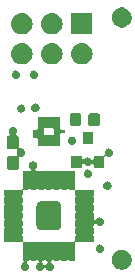
<source format=gts>
G04 #@! TF.GenerationSoftware,KiCad,Pcbnew,(5.1.0)-1*
G04 #@! TF.CreationDate,2020-11-19T10:17:46+01:00*
G04 #@! TF.ProjectId,PCB_optical_sensors_2_PMW,5043425f-6f70-4746-9963-616c5f73656e,rev?*
G04 #@! TF.SameCoordinates,Original*
G04 #@! TF.FileFunction,Soldermask,Top*
G04 #@! TF.FilePolarity,Negative*
%FSLAX46Y46*%
G04 Gerber Fmt 4.6, Leading zero omitted, Abs format (unit mm)*
G04 Created by KiCad (PCBNEW (5.1.0)-1) date 2020-11-19 10:17:46*
%MOMM*%
%LPD*%
G04 APERTURE LIST*
%ADD10C,0.100000*%
G04 APERTURE END LIST*
D10*
G36*
X163102383Y-76162489D02*
G01*
X163102386Y-76162490D01*
X163102385Y-76162490D01*
X163166258Y-76188946D01*
X163223748Y-76227360D01*
X163272640Y-76276252D01*
X163311054Y-76333742D01*
X163327913Y-76374446D01*
X163337511Y-76397617D01*
X163351000Y-76465430D01*
X163351000Y-76534570D01*
X163337511Y-76602383D01*
X163337510Y-76602385D01*
X163311054Y-76666258D01*
X163272640Y-76723748D01*
X163225788Y-76770600D01*
X163210243Y-76789542D01*
X163198692Y-76811153D01*
X163191579Y-76834602D01*
X163189177Y-76858988D01*
X163191579Y-76883374D01*
X163198692Y-76906823D01*
X163210243Y-76928434D01*
X163225788Y-76947376D01*
X163244730Y-76962921D01*
X163255252Y-76969227D01*
X163260661Y-76972118D01*
X163274688Y-76983630D01*
X163283704Y-76992645D01*
X163304078Y-77006259D01*
X163326717Y-77015635D01*
X163350751Y-77020415D01*
X163375255Y-77020415D01*
X163399288Y-77015634D01*
X163421926Y-77006256D01*
X163442301Y-76992642D01*
X163451317Y-76983626D01*
X163465335Y-76972121D01*
X163476125Y-76966354D01*
X163487830Y-76962803D01*
X163506138Y-76961000D01*
X163869862Y-76961000D01*
X163888170Y-76962803D01*
X163899875Y-76966354D01*
X163910665Y-76972121D01*
X163924688Y-76983630D01*
X163933704Y-76992645D01*
X163954078Y-77006259D01*
X163976717Y-77015635D01*
X164000751Y-77020415D01*
X164025255Y-77020415D01*
X164049288Y-77015634D01*
X164071926Y-77006256D01*
X164092301Y-76992642D01*
X164101317Y-76983626D01*
X164115335Y-76972121D01*
X164126125Y-76966354D01*
X164137830Y-76962803D01*
X164156138Y-76961000D01*
X164519862Y-76961000D01*
X164538170Y-76962803D01*
X164549875Y-76966354D01*
X164560665Y-76972121D01*
X164574688Y-76983630D01*
X164583704Y-76992645D01*
X164604078Y-77006259D01*
X164626717Y-77015635D01*
X164650751Y-77020415D01*
X164675255Y-77020415D01*
X164699288Y-77015634D01*
X164721926Y-77006256D01*
X164742301Y-76992642D01*
X164751317Y-76983626D01*
X164765335Y-76972121D01*
X164776125Y-76966354D01*
X164787830Y-76962803D01*
X164806138Y-76961000D01*
X165169862Y-76961000D01*
X165188170Y-76962803D01*
X165199875Y-76966354D01*
X165210665Y-76972121D01*
X165224688Y-76983630D01*
X165233704Y-76992645D01*
X165254078Y-77006259D01*
X165276717Y-77015635D01*
X165300751Y-77020415D01*
X165325255Y-77020415D01*
X165349288Y-77015634D01*
X165371926Y-77006256D01*
X165392301Y-76992642D01*
X165401317Y-76983626D01*
X165415335Y-76972121D01*
X165426125Y-76966354D01*
X165437830Y-76962803D01*
X165456138Y-76961000D01*
X165819862Y-76961000D01*
X165838170Y-76962803D01*
X165849875Y-76966354D01*
X165860665Y-76972121D01*
X165874688Y-76983630D01*
X165883704Y-76992645D01*
X165904078Y-77006259D01*
X165926717Y-77015635D01*
X165950751Y-77020415D01*
X165975255Y-77020415D01*
X165999288Y-77015634D01*
X166021926Y-77006256D01*
X166042301Y-76992642D01*
X166051317Y-76983626D01*
X166065335Y-76972121D01*
X166076125Y-76966354D01*
X166087830Y-76962803D01*
X166106138Y-76961000D01*
X166469862Y-76961000D01*
X166488170Y-76962803D01*
X166499875Y-76966354D01*
X166510665Y-76972121D01*
X166520119Y-76979881D01*
X166527879Y-76989335D01*
X166533646Y-77000125D01*
X166537197Y-77011830D01*
X166539000Y-77030138D01*
X166539000Y-78446001D01*
X166541402Y-78470387D01*
X166548515Y-78493836D01*
X166560066Y-78515447D01*
X166575611Y-78534389D01*
X166594553Y-78549934D01*
X166616164Y-78561485D01*
X166639613Y-78568598D01*
X166663999Y-78571000D01*
X168079862Y-78571000D01*
X168098170Y-78572803D01*
X168109875Y-78576354D01*
X168120665Y-78582121D01*
X168130119Y-78589881D01*
X168137879Y-78599335D01*
X168143646Y-78610125D01*
X168147197Y-78621830D01*
X168149000Y-78640138D01*
X168149000Y-79003862D01*
X168147197Y-79022170D01*
X168143646Y-79033875D01*
X168137879Y-79044665D01*
X168126370Y-79058688D01*
X168117355Y-79067704D01*
X168103741Y-79088078D01*
X168094365Y-79110717D01*
X168089585Y-79134751D01*
X168089585Y-79159255D01*
X168094366Y-79183288D01*
X168103744Y-79205926D01*
X168117358Y-79226301D01*
X168126374Y-79235317D01*
X168137879Y-79249335D01*
X168143646Y-79260125D01*
X168147197Y-79271830D01*
X168149000Y-79290138D01*
X168149000Y-79653862D01*
X168147197Y-79672170D01*
X168143646Y-79683875D01*
X168137879Y-79694665D01*
X168126370Y-79708688D01*
X168117355Y-79717704D01*
X168103741Y-79738078D01*
X168094365Y-79760717D01*
X168089585Y-79784751D01*
X168089585Y-79809255D01*
X168094366Y-79833288D01*
X168103744Y-79855926D01*
X168117358Y-79876301D01*
X168126374Y-79885317D01*
X168137879Y-79899335D01*
X168143646Y-79910125D01*
X168147197Y-79921830D01*
X168149000Y-79940138D01*
X168149000Y-80303862D01*
X168147197Y-80322170D01*
X168143646Y-80333875D01*
X168137879Y-80344665D01*
X168126370Y-80358688D01*
X168117355Y-80367704D01*
X168103741Y-80388078D01*
X168094365Y-80410717D01*
X168089585Y-80434751D01*
X168089585Y-80459255D01*
X168094366Y-80483288D01*
X168103744Y-80505926D01*
X168117358Y-80526301D01*
X168126374Y-80535317D01*
X168137879Y-80549335D01*
X168143646Y-80560125D01*
X168147197Y-80571830D01*
X168149000Y-80590138D01*
X168149000Y-80953865D01*
X168146605Y-80978187D01*
X168146605Y-81002691D01*
X168151386Y-81026724D01*
X168160764Y-81049363D01*
X168174378Y-81069737D01*
X168191706Y-81087063D01*
X168212080Y-81100677D01*
X168234719Y-81110053D01*
X168258753Y-81114833D01*
X168283257Y-81114833D01*
X168307290Y-81110052D01*
X168329929Y-81100674D01*
X168350303Y-81087060D01*
X168374936Y-81059880D01*
X168377360Y-81056252D01*
X168426252Y-81007360D01*
X168483742Y-80968946D01*
X168547615Y-80942490D01*
X168547614Y-80942490D01*
X168547617Y-80942489D01*
X168615430Y-80929000D01*
X168684570Y-80929000D01*
X168752383Y-80942489D01*
X168752386Y-80942490D01*
X168752385Y-80942490D01*
X168816258Y-80968946D01*
X168873748Y-81007360D01*
X168922640Y-81056252D01*
X168961054Y-81113742D01*
X168978525Y-81155922D01*
X168987511Y-81177617D01*
X169001000Y-81245430D01*
X169001000Y-81314570D01*
X168987511Y-81382383D01*
X168987510Y-81382385D01*
X168961054Y-81446258D01*
X168922640Y-81503748D01*
X168873748Y-81552640D01*
X168816258Y-81591054D01*
X168764182Y-81612624D01*
X168752383Y-81617511D01*
X168684570Y-81631000D01*
X168615430Y-81631000D01*
X168547617Y-81617511D01*
X168535818Y-81612624D01*
X168483742Y-81591054D01*
X168426252Y-81552640D01*
X168376631Y-81503019D01*
X168362386Y-81485661D01*
X168343444Y-81470116D01*
X168321833Y-81458565D01*
X168298384Y-81451453D01*
X168273998Y-81449051D01*
X168249612Y-81451453D01*
X168226163Y-81458567D01*
X168204552Y-81470118D01*
X168185610Y-81485663D01*
X168170065Y-81504605D01*
X168158514Y-81526216D01*
X168151402Y-81549665D01*
X168149000Y-81574050D01*
X168149000Y-81603862D01*
X168147197Y-81622170D01*
X168143646Y-81633875D01*
X168137879Y-81644665D01*
X168126370Y-81658688D01*
X168117355Y-81667704D01*
X168103741Y-81688078D01*
X168094365Y-81710717D01*
X168089585Y-81734751D01*
X168089585Y-81759255D01*
X168094366Y-81783288D01*
X168103744Y-81805926D01*
X168117358Y-81826301D01*
X168126374Y-81835317D01*
X168137879Y-81849335D01*
X168143646Y-81860125D01*
X168147197Y-81871830D01*
X168149000Y-81890138D01*
X168149000Y-82253862D01*
X168147197Y-82272170D01*
X168143646Y-82283875D01*
X168137879Y-82294665D01*
X168126370Y-82308688D01*
X168117355Y-82317704D01*
X168103741Y-82338078D01*
X168094365Y-82360717D01*
X168089585Y-82384751D01*
X168089585Y-82409255D01*
X168094366Y-82433288D01*
X168103744Y-82455926D01*
X168117358Y-82476301D01*
X168126374Y-82485317D01*
X168137879Y-82499335D01*
X168143646Y-82510125D01*
X168147197Y-82521830D01*
X168149000Y-82540138D01*
X168149000Y-82903862D01*
X168147197Y-82922170D01*
X168143646Y-82933875D01*
X168137879Y-82944665D01*
X168130119Y-82954119D01*
X168120665Y-82961879D01*
X168109875Y-82967646D01*
X168098170Y-82971197D01*
X168079862Y-82973000D01*
X166663999Y-82973000D01*
X166639613Y-82975402D01*
X166616164Y-82982515D01*
X166594553Y-82994066D01*
X166575611Y-83009611D01*
X166560066Y-83028553D01*
X166548515Y-83050164D01*
X166541402Y-83073613D01*
X166539000Y-83097999D01*
X166539000Y-84513862D01*
X166537197Y-84532170D01*
X166533646Y-84543875D01*
X166527879Y-84554665D01*
X166520119Y-84564119D01*
X166510665Y-84571879D01*
X166499875Y-84577646D01*
X166488170Y-84581197D01*
X166469862Y-84583000D01*
X166106138Y-84583000D01*
X166087830Y-84581197D01*
X166076125Y-84577646D01*
X166065335Y-84571879D01*
X166051312Y-84560370D01*
X166042296Y-84551355D01*
X166021922Y-84537741D01*
X165999283Y-84528365D01*
X165975249Y-84523585D01*
X165950745Y-84523585D01*
X165926712Y-84528366D01*
X165904074Y-84537744D01*
X165883699Y-84551358D01*
X165874683Y-84560374D01*
X165860665Y-84571879D01*
X165849875Y-84577646D01*
X165838170Y-84581197D01*
X165819862Y-84583000D01*
X165456138Y-84583000D01*
X165437830Y-84581197D01*
X165426125Y-84577646D01*
X165415335Y-84571879D01*
X165401312Y-84560370D01*
X165392296Y-84551355D01*
X165371922Y-84537741D01*
X165349283Y-84528365D01*
X165325249Y-84523585D01*
X165300745Y-84523585D01*
X165276712Y-84528366D01*
X165254074Y-84537744D01*
X165233699Y-84551358D01*
X165224683Y-84560374D01*
X165210665Y-84571879D01*
X165199875Y-84577646D01*
X165188170Y-84581197D01*
X165169862Y-84583000D01*
X164806138Y-84583000D01*
X164787830Y-84581197D01*
X164776125Y-84577646D01*
X164765335Y-84571879D01*
X164751312Y-84560370D01*
X164742296Y-84551355D01*
X164721922Y-84537741D01*
X164699283Y-84528365D01*
X164675249Y-84523585D01*
X164650745Y-84523585D01*
X164626712Y-84528366D01*
X164604074Y-84537744D01*
X164583699Y-84551358D01*
X164574677Y-84560380D01*
X164554381Y-84577037D01*
X164537054Y-84594364D01*
X164523441Y-84614738D01*
X164514064Y-84637377D01*
X164509284Y-84661411D01*
X164509284Y-84685915D01*
X164514065Y-84709948D01*
X164523443Y-84732587D01*
X164537057Y-84752961D01*
X164564234Y-84777593D01*
X164623747Y-84817359D01*
X164672640Y-84866252D01*
X164711054Y-84923742D01*
X164723932Y-84954834D01*
X164737511Y-84987617D01*
X164751000Y-85055430D01*
X164751000Y-85124570D01*
X164737511Y-85192383D01*
X164737510Y-85192385D01*
X164711054Y-85256258D01*
X164672640Y-85313748D01*
X164623748Y-85362640D01*
X164566258Y-85401054D01*
X164514182Y-85422624D01*
X164502383Y-85427511D01*
X164434570Y-85441000D01*
X164365430Y-85441000D01*
X164297617Y-85427511D01*
X164285818Y-85422624D01*
X164233742Y-85401054D01*
X164176252Y-85362640D01*
X164127360Y-85313748D01*
X164098933Y-85271204D01*
X164083387Y-85252262D01*
X164064445Y-85236717D01*
X164042835Y-85225166D01*
X164019386Y-85218053D01*
X163995000Y-85215651D01*
X163970614Y-85218053D01*
X163947165Y-85225166D01*
X163925554Y-85236717D01*
X163906612Y-85252263D01*
X163891067Y-85271204D01*
X163862640Y-85313748D01*
X163813748Y-85362640D01*
X163756258Y-85401054D01*
X163704182Y-85422624D01*
X163692383Y-85427511D01*
X163624570Y-85441000D01*
X163555430Y-85441000D01*
X163487617Y-85427511D01*
X163475818Y-85422624D01*
X163423742Y-85401054D01*
X163366252Y-85362640D01*
X163317360Y-85313748D01*
X163278946Y-85256258D01*
X163252490Y-85192385D01*
X163252489Y-85192383D01*
X163239000Y-85124570D01*
X163239000Y-85055430D01*
X163252489Y-84987617D01*
X163266068Y-84954834D01*
X163278946Y-84923742D01*
X163317360Y-84866252D01*
X163366252Y-84817360D01*
X163423742Y-84778946D01*
X163426393Y-84777848D01*
X163448003Y-84766297D01*
X163466945Y-84750751D01*
X163482490Y-84731809D01*
X163494041Y-84710198D01*
X163494708Y-84707999D01*
X163750071Y-84707999D01*
X163752473Y-84732385D01*
X163759586Y-84755834D01*
X163771137Y-84777445D01*
X163786682Y-84796387D01*
X163805625Y-84811932D01*
X163813747Y-84817359D01*
X163862640Y-84866252D01*
X163891067Y-84908796D01*
X163906613Y-84927738D01*
X163925555Y-84943283D01*
X163947165Y-84954834D01*
X163970614Y-84961947D01*
X163995000Y-84964349D01*
X164019386Y-84961947D01*
X164042835Y-84954834D01*
X164064446Y-84943283D01*
X164083388Y-84927737D01*
X164098933Y-84908796D01*
X164127360Y-84866252D01*
X164176253Y-84817359D01*
X164188880Y-84808922D01*
X164207822Y-84793377D01*
X164223367Y-84774435D01*
X164234919Y-84752825D01*
X164242032Y-84729376D01*
X164244434Y-84704990D01*
X164242032Y-84680604D01*
X164234919Y-84657155D01*
X164223368Y-84635544D01*
X164207823Y-84616602D01*
X164188881Y-84601057D01*
X164167271Y-84589505D01*
X164143822Y-84582392D01*
X164139805Y-84581796D01*
X164126125Y-84577646D01*
X164115335Y-84571879D01*
X164101312Y-84560370D01*
X164092296Y-84551355D01*
X164071922Y-84537741D01*
X164049283Y-84528365D01*
X164025249Y-84523585D01*
X164000745Y-84523585D01*
X163976712Y-84528366D01*
X163954074Y-84537744D01*
X163933699Y-84551358D01*
X163924683Y-84560374D01*
X163910665Y-84571879D01*
X163899875Y-84577646D01*
X163888170Y-84581197D01*
X163863749Y-84583602D01*
X163863799Y-84584110D01*
X163850684Y-84585402D01*
X163827235Y-84592515D01*
X163805624Y-84604066D01*
X163786682Y-84619611D01*
X163771137Y-84638553D01*
X163759586Y-84660164D01*
X163752473Y-84683613D01*
X163750071Y-84707999D01*
X163494708Y-84707999D01*
X163501154Y-84686749D01*
X163503555Y-84662363D01*
X163501153Y-84637977D01*
X163494039Y-84614528D01*
X163482488Y-84592918D01*
X163466942Y-84573976D01*
X163457852Y-84565738D01*
X163451318Y-84560376D01*
X163442296Y-84551355D01*
X163421922Y-84537741D01*
X163399283Y-84528365D01*
X163375249Y-84523585D01*
X163350745Y-84523585D01*
X163326712Y-84528366D01*
X163304074Y-84537744D01*
X163283699Y-84551358D01*
X163274683Y-84560374D01*
X163260665Y-84571879D01*
X163249875Y-84577646D01*
X163238170Y-84581197D01*
X163219862Y-84583000D01*
X162856138Y-84583000D01*
X162837830Y-84581197D01*
X162826125Y-84577646D01*
X162815335Y-84571879D01*
X162801312Y-84560370D01*
X162792296Y-84551355D01*
X162771922Y-84537741D01*
X162749283Y-84528365D01*
X162725249Y-84523585D01*
X162700745Y-84523585D01*
X162676712Y-84528366D01*
X162654074Y-84537744D01*
X162633699Y-84551358D01*
X162624683Y-84560374D01*
X162610665Y-84571879D01*
X162599875Y-84577646D01*
X162588170Y-84581197D01*
X162576881Y-84582309D01*
X162552848Y-84587090D01*
X162530209Y-84596467D01*
X162509835Y-84610081D01*
X162492508Y-84627408D01*
X162478894Y-84647783D01*
X162469517Y-84670422D01*
X162464737Y-84694455D01*
X162464737Y-84718959D01*
X162469518Y-84742992D01*
X162478895Y-84765631D01*
X162492509Y-84786005D01*
X162509836Y-84803332D01*
X162519682Y-84810634D01*
X162529749Y-84817361D01*
X162578640Y-84866252D01*
X162617054Y-84923742D01*
X162629932Y-84954834D01*
X162643511Y-84987617D01*
X162657000Y-85055430D01*
X162657000Y-85124570D01*
X162643511Y-85192383D01*
X162643510Y-85192385D01*
X162617054Y-85256258D01*
X162578640Y-85313748D01*
X162529748Y-85362640D01*
X162472258Y-85401054D01*
X162420182Y-85422624D01*
X162408383Y-85427511D01*
X162340570Y-85441000D01*
X162271430Y-85441000D01*
X162203617Y-85427511D01*
X162191818Y-85422624D01*
X162139742Y-85401054D01*
X162082252Y-85362640D01*
X162033360Y-85313748D01*
X161994946Y-85256258D01*
X161968490Y-85192385D01*
X161968489Y-85192383D01*
X161955000Y-85124570D01*
X161955000Y-85055430D01*
X161968489Y-84987617D01*
X161982068Y-84954834D01*
X161994946Y-84923742D01*
X162033360Y-84866252D01*
X162082252Y-84817360D01*
X162146927Y-84774145D01*
X162153367Y-84770703D01*
X162172309Y-84755158D01*
X162187855Y-84736216D01*
X162199406Y-84714605D01*
X162206519Y-84691156D01*
X162208921Y-84666770D01*
X162206519Y-84642384D01*
X162199406Y-84618935D01*
X162187855Y-84597325D01*
X162163223Y-84570147D01*
X162155884Y-84564124D01*
X162148121Y-84554665D01*
X162142354Y-84543875D01*
X162138803Y-84532170D01*
X162137000Y-84513862D01*
X162137000Y-83097999D01*
X162134598Y-83073613D01*
X162127485Y-83050164D01*
X162115934Y-83028553D01*
X162100389Y-83009611D01*
X162081447Y-82994066D01*
X162059836Y-82982515D01*
X162036387Y-82975402D01*
X162012001Y-82973000D01*
X160596138Y-82973000D01*
X160577830Y-82971197D01*
X160566125Y-82967646D01*
X160555335Y-82961879D01*
X160545881Y-82954119D01*
X160538121Y-82944665D01*
X160532354Y-82933875D01*
X160528803Y-82922170D01*
X160527000Y-82903862D01*
X160527000Y-82540138D01*
X160528803Y-82521830D01*
X160532354Y-82510125D01*
X160538121Y-82499335D01*
X160549630Y-82485312D01*
X160558645Y-82476296D01*
X160572259Y-82455922D01*
X160581635Y-82433283D01*
X160586415Y-82409249D01*
X160586415Y-82384745D01*
X160581634Y-82360712D01*
X160572256Y-82338074D01*
X160558642Y-82317699D01*
X160549626Y-82308683D01*
X160538121Y-82294665D01*
X160532354Y-82283875D01*
X160528803Y-82272170D01*
X160527000Y-82253862D01*
X160527000Y-81890138D01*
X160528803Y-81871830D01*
X160532354Y-81860125D01*
X160538121Y-81849335D01*
X160549630Y-81835312D01*
X160558645Y-81826296D01*
X160572259Y-81805922D01*
X160581635Y-81783283D01*
X160586415Y-81759249D01*
X160586415Y-81734745D01*
X160581634Y-81710712D01*
X160572256Y-81688074D01*
X160558642Y-81667699D01*
X160549626Y-81658683D01*
X160538121Y-81644665D01*
X160532354Y-81633875D01*
X160528803Y-81622170D01*
X160527000Y-81603862D01*
X160527000Y-81240138D01*
X160528803Y-81221830D01*
X160532354Y-81210125D01*
X160538121Y-81199335D01*
X160549630Y-81185312D01*
X160558645Y-81176296D01*
X160572259Y-81155922D01*
X160581635Y-81133283D01*
X160586415Y-81109249D01*
X160586415Y-81084745D01*
X160581634Y-81060712D01*
X160572256Y-81038074D01*
X160558642Y-81017699D01*
X160549626Y-81008683D01*
X160538121Y-80994665D01*
X160532354Y-80983875D01*
X160528803Y-80972170D01*
X160527000Y-80953862D01*
X160527000Y-80590138D01*
X160528803Y-80571830D01*
X160532354Y-80560125D01*
X160538121Y-80549335D01*
X160549630Y-80535312D01*
X160558645Y-80526296D01*
X160572259Y-80505922D01*
X160581635Y-80483283D01*
X160586415Y-80459249D01*
X160586415Y-80434745D01*
X160581634Y-80410712D01*
X160572256Y-80388074D01*
X160558642Y-80367699D01*
X160549626Y-80358683D01*
X160538121Y-80344665D01*
X160532354Y-80333875D01*
X160528803Y-80322170D01*
X160527000Y-80303862D01*
X160527000Y-79940138D01*
X160528803Y-79921830D01*
X160532354Y-79910125D01*
X160538121Y-79899335D01*
X160549630Y-79885312D01*
X160558645Y-79876296D01*
X160572259Y-79855922D01*
X160581635Y-79833283D01*
X160586415Y-79809249D01*
X160586415Y-79784745D01*
X160581634Y-79760712D01*
X160572256Y-79738074D01*
X160558642Y-79717699D01*
X160549626Y-79708683D01*
X160538121Y-79694665D01*
X160532354Y-79683875D01*
X160528803Y-79672170D01*
X160527000Y-79653862D01*
X160527000Y-79290138D01*
X160528803Y-79271830D01*
X160532354Y-79260125D01*
X160538121Y-79249335D01*
X160549630Y-79235312D01*
X160558645Y-79226296D01*
X160572259Y-79205922D01*
X160581635Y-79183283D01*
X160586415Y-79159249D01*
X160586415Y-79134751D01*
X162069585Y-79134751D01*
X162069585Y-79159255D01*
X162074366Y-79183288D01*
X162083744Y-79205926D01*
X162097358Y-79226301D01*
X162106374Y-79235317D01*
X162117879Y-79249335D01*
X162123646Y-79260125D01*
X162127197Y-79271830D01*
X162129000Y-79290138D01*
X162129000Y-79653862D01*
X162127197Y-79672170D01*
X162123646Y-79683875D01*
X162117879Y-79694665D01*
X162106370Y-79708688D01*
X162097355Y-79717704D01*
X162083741Y-79738078D01*
X162074365Y-79760717D01*
X162069585Y-79784751D01*
X162069585Y-79809255D01*
X162074366Y-79833288D01*
X162083744Y-79855926D01*
X162097358Y-79876301D01*
X162106374Y-79885317D01*
X162117879Y-79899335D01*
X162123646Y-79910125D01*
X162127197Y-79921830D01*
X162129000Y-79940138D01*
X162129000Y-80303862D01*
X162127197Y-80322170D01*
X162123646Y-80333875D01*
X162117879Y-80344665D01*
X162106370Y-80358688D01*
X162097355Y-80367704D01*
X162083741Y-80388078D01*
X162074365Y-80410717D01*
X162069585Y-80434751D01*
X162069585Y-80459255D01*
X162074366Y-80483288D01*
X162083744Y-80505926D01*
X162097358Y-80526301D01*
X162106374Y-80535317D01*
X162117879Y-80549335D01*
X162123646Y-80560125D01*
X162127197Y-80571830D01*
X162129000Y-80590138D01*
X162129000Y-80953862D01*
X162127197Y-80972170D01*
X162123646Y-80983875D01*
X162117879Y-80994665D01*
X162106370Y-81008688D01*
X162097355Y-81017704D01*
X162083741Y-81038078D01*
X162074365Y-81060717D01*
X162069585Y-81084751D01*
X162069585Y-81109255D01*
X162074366Y-81133288D01*
X162083744Y-81155926D01*
X162097358Y-81176301D01*
X162106374Y-81185317D01*
X162117879Y-81199335D01*
X162123646Y-81210125D01*
X162127197Y-81221830D01*
X162129000Y-81240138D01*
X162129000Y-81603862D01*
X162127197Y-81622170D01*
X162123646Y-81633875D01*
X162117879Y-81644665D01*
X162106370Y-81658688D01*
X162097355Y-81667704D01*
X162083741Y-81688078D01*
X162074365Y-81710717D01*
X162069585Y-81734751D01*
X162069585Y-81759255D01*
X162074366Y-81783288D01*
X162083744Y-81805926D01*
X162097358Y-81826301D01*
X162106374Y-81835317D01*
X162117879Y-81849335D01*
X162123646Y-81860125D01*
X162127197Y-81871830D01*
X162129000Y-81890138D01*
X162129000Y-82253862D01*
X162127197Y-82272170D01*
X162123646Y-82283875D01*
X162117879Y-82294665D01*
X162106370Y-82308688D01*
X162097355Y-82317704D01*
X162083741Y-82338078D01*
X162074365Y-82360717D01*
X162069585Y-82384751D01*
X162069585Y-82409255D01*
X162074366Y-82433288D01*
X162083744Y-82455926D01*
X162097358Y-82476301D01*
X162106374Y-82485317D01*
X162117879Y-82499335D01*
X162123646Y-82510125D01*
X162127197Y-82521830D01*
X162129000Y-82540138D01*
X162129000Y-82856001D01*
X162131402Y-82880387D01*
X162138515Y-82903836D01*
X162150066Y-82925447D01*
X162165611Y-82944389D01*
X162184553Y-82959934D01*
X162206164Y-82971485D01*
X162229613Y-82978598D01*
X162253999Y-82981000D01*
X162569862Y-82981000D01*
X162588170Y-82982803D01*
X162599875Y-82986354D01*
X162610665Y-82992121D01*
X162624688Y-83003630D01*
X162633704Y-83012645D01*
X162654078Y-83026259D01*
X162676717Y-83035635D01*
X162700751Y-83040415D01*
X162725255Y-83040415D01*
X162749288Y-83035634D01*
X162771926Y-83026256D01*
X162792301Y-83012642D01*
X162801317Y-83003626D01*
X162815335Y-82992121D01*
X162826125Y-82986354D01*
X162837830Y-82982803D01*
X162856138Y-82981000D01*
X163219862Y-82981000D01*
X163238170Y-82982803D01*
X163249875Y-82986354D01*
X163260665Y-82992121D01*
X163274688Y-83003630D01*
X163283704Y-83012645D01*
X163304078Y-83026259D01*
X163326717Y-83035635D01*
X163350751Y-83040415D01*
X163375255Y-83040415D01*
X163399288Y-83035634D01*
X163421926Y-83026256D01*
X163442301Y-83012642D01*
X163451317Y-83003626D01*
X163465335Y-82992121D01*
X163476125Y-82986354D01*
X163487830Y-82982803D01*
X163506138Y-82981000D01*
X163869862Y-82981000D01*
X163888170Y-82982803D01*
X163899875Y-82986354D01*
X163910665Y-82992121D01*
X163924688Y-83003630D01*
X163933704Y-83012645D01*
X163954078Y-83026259D01*
X163976717Y-83035635D01*
X164000751Y-83040415D01*
X164025255Y-83040415D01*
X164049288Y-83035634D01*
X164071926Y-83026256D01*
X164092301Y-83012642D01*
X164101317Y-83003626D01*
X164115335Y-82992121D01*
X164126125Y-82986354D01*
X164137830Y-82982803D01*
X164156138Y-82981000D01*
X164519862Y-82981000D01*
X164538170Y-82982803D01*
X164549875Y-82986354D01*
X164560665Y-82992121D01*
X164574688Y-83003630D01*
X164583704Y-83012645D01*
X164604078Y-83026259D01*
X164626717Y-83035635D01*
X164650751Y-83040415D01*
X164675255Y-83040415D01*
X164699288Y-83035634D01*
X164721926Y-83026256D01*
X164742301Y-83012642D01*
X164751317Y-83003626D01*
X164765335Y-82992121D01*
X164776125Y-82986354D01*
X164787830Y-82982803D01*
X164806138Y-82981000D01*
X165169862Y-82981000D01*
X165188170Y-82982803D01*
X165199875Y-82986354D01*
X165210665Y-82992121D01*
X165224688Y-83003630D01*
X165233704Y-83012645D01*
X165254078Y-83026259D01*
X165276717Y-83035635D01*
X165300751Y-83040415D01*
X165325255Y-83040415D01*
X165349288Y-83035634D01*
X165371926Y-83026256D01*
X165392301Y-83012642D01*
X165401317Y-83003626D01*
X165415335Y-82992121D01*
X165426125Y-82986354D01*
X165437830Y-82982803D01*
X165456138Y-82981000D01*
X165819862Y-82981000D01*
X165838170Y-82982803D01*
X165849875Y-82986354D01*
X165860665Y-82992121D01*
X165874688Y-83003630D01*
X165883704Y-83012645D01*
X165904078Y-83026259D01*
X165926717Y-83035635D01*
X165950751Y-83040415D01*
X165975255Y-83040415D01*
X165999288Y-83035634D01*
X166021926Y-83026256D01*
X166042301Y-83012642D01*
X166051317Y-83003626D01*
X166065335Y-82992121D01*
X166076125Y-82986354D01*
X166087830Y-82982803D01*
X166106138Y-82981000D01*
X166422001Y-82981000D01*
X166446387Y-82978598D01*
X166469836Y-82971485D01*
X166491447Y-82959934D01*
X166510389Y-82944389D01*
X166525934Y-82925447D01*
X166537485Y-82903836D01*
X166544598Y-82880387D01*
X166547000Y-82856001D01*
X166547000Y-82540138D01*
X166548803Y-82521830D01*
X166552354Y-82510125D01*
X166558121Y-82499335D01*
X166569630Y-82485312D01*
X166578645Y-82476296D01*
X166592259Y-82455922D01*
X166601635Y-82433283D01*
X166606415Y-82409249D01*
X166606415Y-82384745D01*
X166601634Y-82360712D01*
X166592256Y-82338074D01*
X166578642Y-82317699D01*
X166569626Y-82308683D01*
X166558121Y-82294665D01*
X166552354Y-82283875D01*
X166548803Y-82272170D01*
X166547000Y-82253862D01*
X166547000Y-81890138D01*
X166548803Y-81871830D01*
X166552354Y-81860125D01*
X166558121Y-81849335D01*
X166569630Y-81835312D01*
X166578645Y-81826296D01*
X166592259Y-81805922D01*
X166601635Y-81783283D01*
X166606415Y-81759249D01*
X166606415Y-81734745D01*
X166601634Y-81710712D01*
X166592256Y-81688074D01*
X166578642Y-81667699D01*
X166569626Y-81658683D01*
X166558121Y-81644665D01*
X166552354Y-81633875D01*
X166548803Y-81622170D01*
X166547000Y-81603862D01*
X166547000Y-81240138D01*
X166548803Y-81221830D01*
X166552354Y-81210125D01*
X166558121Y-81199335D01*
X166569630Y-81185312D01*
X166578645Y-81176296D01*
X166592259Y-81155922D01*
X166601635Y-81133283D01*
X166606415Y-81109249D01*
X166606415Y-81084745D01*
X166601634Y-81060712D01*
X166592256Y-81038074D01*
X166578642Y-81017699D01*
X166569626Y-81008683D01*
X166558121Y-80994665D01*
X166552354Y-80983875D01*
X166548803Y-80972170D01*
X166547000Y-80953862D01*
X166547000Y-80590138D01*
X166548803Y-80571830D01*
X166552354Y-80560125D01*
X166558121Y-80549335D01*
X166569630Y-80535312D01*
X166578645Y-80526296D01*
X166592259Y-80505922D01*
X166601635Y-80483283D01*
X166606415Y-80459249D01*
X166606415Y-80434745D01*
X166601634Y-80410712D01*
X166592256Y-80388074D01*
X166578642Y-80367699D01*
X166569626Y-80358683D01*
X166558121Y-80344665D01*
X166552354Y-80333875D01*
X166548803Y-80322170D01*
X166547000Y-80303862D01*
X166547000Y-79940138D01*
X166548803Y-79921830D01*
X166552354Y-79910125D01*
X166558121Y-79899335D01*
X166569630Y-79885312D01*
X166578645Y-79876296D01*
X166592259Y-79855922D01*
X166601635Y-79833283D01*
X166606415Y-79809249D01*
X166606415Y-79784745D01*
X166601634Y-79760712D01*
X166592256Y-79738074D01*
X166578642Y-79717699D01*
X166569626Y-79708683D01*
X166558121Y-79694665D01*
X166552354Y-79683875D01*
X166548803Y-79672170D01*
X166547000Y-79653862D01*
X166547000Y-79290138D01*
X166548803Y-79271830D01*
X166552354Y-79260125D01*
X166558121Y-79249335D01*
X166569630Y-79235312D01*
X166578645Y-79226296D01*
X166592259Y-79205922D01*
X166601635Y-79183283D01*
X166606415Y-79159249D01*
X166606415Y-79134745D01*
X166601634Y-79110712D01*
X166592256Y-79088074D01*
X166578642Y-79067699D01*
X166569626Y-79058683D01*
X166558121Y-79044665D01*
X166552354Y-79033875D01*
X166548803Y-79022170D01*
X166547000Y-79003862D01*
X166547000Y-78687999D01*
X166544598Y-78663613D01*
X166537485Y-78640164D01*
X166525934Y-78618553D01*
X166510389Y-78599611D01*
X166491447Y-78584066D01*
X166469836Y-78572515D01*
X166446387Y-78565402D01*
X166422001Y-78563000D01*
X166106138Y-78563000D01*
X166087830Y-78561197D01*
X166076125Y-78557646D01*
X166065335Y-78551879D01*
X166051312Y-78540370D01*
X166042296Y-78531355D01*
X166021922Y-78517741D01*
X165999283Y-78508365D01*
X165975249Y-78503585D01*
X165950745Y-78503585D01*
X165926712Y-78508366D01*
X165904074Y-78517744D01*
X165883699Y-78531358D01*
X165874683Y-78540374D01*
X165860665Y-78551879D01*
X165849875Y-78557646D01*
X165838170Y-78561197D01*
X165819862Y-78563000D01*
X165456138Y-78563000D01*
X165437830Y-78561197D01*
X165426125Y-78557646D01*
X165415335Y-78551879D01*
X165401312Y-78540370D01*
X165392296Y-78531355D01*
X165371922Y-78517741D01*
X165349283Y-78508365D01*
X165325249Y-78503585D01*
X165300745Y-78503585D01*
X165276712Y-78508366D01*
X165254074Y-78517744D01*
X165233699Y-78531358D01*
X165224683Y-78540374D01*
X165210665Y-78551879D01*
X165199875Y-78557646D01*
X165188170Y-78561197D01*
X165169862Y-78563000D01*
X164806138Y-78563000D01*
X164787830Y-78561197D01*
X164776125Y-78557646D01*
X164765335Y-78551879D01*
X164751312Y-78540370D01*
X164742296Y-78531355D01*
X164721922Y-78517741D01*
X164699283Y-78508365D01*
X164675249Y-78503585D01*
X164650745Y-78503585D01*
X164626712Y-78508366D01*
X164604074Y-78517744D01*
X164583699Y-78531358D01*
X164574683Y-78540374D01*
X164560665Y-78551879D01*
X164549875Y-78557646D01*
X164538170Y-78561197D01*
X164519862Y-78563000D01*
X164156138Y-78563000D01*
X164137830Y-78561197D01*
X164126125Y-78557646D01*
X164115335Y-78551879D01*
X164101312Y-78540370D01*
X164092296Y-78531355D01*
X164071922Y-78517741D01*
X164049283Y-78508365D01*
X164025249Y-78503585D01*
X164000745Y-78503585D01*
X163976712Y-78508366D01*
X163954074Y-78517744D01*
X163933699Y-78531358D01*
X163924683Y-78540374D01*
X163910665Y-78551879D01*
X163899875Y-78557646D01*
X163888170Y-78561197D01*
X163869862Y-78563000D01*
X163506138Y-78563000D01*
X163487830Y-78561197D01*
X163476125Y-78557646D01*
X163465335Y-78551879D01*
X163451312Y-78540370D01*
X163442296Y-78531355D01*
X163421922Y-78517741D01*
X163399283Y-78508365D01*
X163375249Y-78503585D01*
X163350745Y-78503585D01*
X163326712Y-78508366D01*
X163304074Y-78517744D01*
X163283699Y-78531358D01*
X163274683Y-78540374D01*
X163260665Y-78551879D01*
X163249875Y-78557646D01*
X163238170Y-78561197D01*
X163219862Y-78563000D01*
X162856138Y-78563000D01*
X162837830Y-78561197D01*
X162826125Y-78557646D01*
X162815335Y-78551879D01*
X162801312Y-78540370D01*
X162792296Y-78531355D01*
X162771922Y-78517741D01*
X162749283Y-78508365D01*
X162725249Y-78503585D01*
X162700745Y-78503585D01*
X162676712Y-78508366D01*
X162654074Y-78517744D01*
X162633699Y-78531358D01*
X162624683Y-78540374D01*
X162610665Y-78551879D01*
X162599875Y-78557646D01*
X162588170Y-78561197D01*
X162569862Y-78563000D01*
X162253999Y-78563000D01*
X162229613Y-78565402D01*
X162206164Y-78572515D01*
X162184553Y-78584066D01*
X162165611Y-78599611D01*
X162150066Y-78618553D01*
X162138515Y-78640164D01*
X162131402Y-78663613D01*
X162129000Y-78687999D01*
X162129000Y-79003862D01*
X162127197Y-79022170D01*
X162123646Y-79033875D01*
X162117879Y-79044665D01*
X162106370Y-79058688D01*
X162097355Y-79067704D01*
X162083741Y-79088078D01*
X162074365Y-79110717D01*
X162069585Y-79134751D01*
X160586415Y-79134751D01*
X160586415Y-79134745D01*
X160581634Y-79110712D01*
X160572256Y-79088074D01*
X160558642Y-79067699D01*
X160549626Y-79058683D01*
X160538121Y-79044665D01*
X160532354Y-79033875D01*
X160528803Y-79022170D01*
X160527000Y-79003862D01*
X160527000Y-78640138D01*
X160528803Y-78621830D01*
X160532354Y-78610125D01*
X160538121Y-78599335D01*
X160545881Y-78589881D01*
X160555335Y-78582121D01*
X160566125Y-78576354D01*
X160577830Y-78572803D01*
X160596138Y-78571000D01*
X162012001Y-78571000D01*
X162036387Y-78568598D01*
X162059836Y-78561485D01*
X162081447Y-78549934D01*
X162100389Y-78534389D01*
X162115934Y-78515447D01*
X162127485Y-78493836D01*
X162134598Y-78470387D01*
X162137000Y-78446001D01*
X162137000Y-77030138D01*
X162138803Y-77011830D01*
X162142354Y-77000125D01*
X162148121Y-76989335D01*
X162155881Y-76979881D01*
X162165335Y-76972121D01*
X162176125Y-76966354D01*
X162187830Y-76962803D01*
X162206138Y-76961000D01*
X162569862Y-76961000D01*
X162588170Y-76962803D01*
X162599875Y-76966354D01*
X162610665Y-76972121D01*
X162624688Y-76983630D01*
X162633704Y-76992645D01*
X162654078Y-77006259D01*
X162676717Y-77015635D01*
X162700751Y-77020415D01*
X162725255Y-77020415D01*
X162749288Y-77015634D01*
X162771926Y-77006256D01*
X162792301Y-76992642D01*
X162801320Y-76983623D01*
X162801493Y-76983481D01*
X162818820Y-76966154D01*
X162832434Y-76945780D01*
X162841811Y-76923141D01*
X162846592Y-76899108D01*
X162846592Y-76874604D01*
X162841812Y-76850571D01*
X162832435Y-76827932D01*
X162818821Y-76807557D01*
X162801494Y-76790230D01*
X162791651Y-76782929D01*
X162776251Y-76772639D01*
X162727361Y-76723749D01*
X162699707Y-76682362D01*
X162688946Y-76666258D01*
X162662490Y-76602385D01*
X162662489Y-76602383D01*
X162649000Y-76534570D01*
X162649000Y-76465430D01*
X162662489Y-76397617D01*
X162672087Y-76374446D01*
X162688946Y-76333742D01*
X162727360Y-76276252D01*
X162776252Y-76227360D01*
X162833742Y-76188946D01*
X162897615Y-76162490D01*
X162897614Y-76162490D01*
X162897617Y-76162489D01*
X162965430Y-76149000D01*
X163034570Y-76149000D01*
X163102383Y-76162489D01*
X163102383Y-76162489D01*
G37*
G36*
X165016210Y-79530489D02*
G01*
X165102950Y-79556802D01*
X165182889Y-79599530D01*
X165252962Y-79657038D01*
X165310470Y-79727111D01*
X165353198Y-79807050D01*
X165379511Y-79893790D01*
X165389000Y-79990140D01*
X165389000Y-81553860D01*
X165379511Y-81650210D01*
X165353198Y-81736950D01*
X165310470Y-81816889D01*
X165252962Y-81886962D01*
X165182889Y-81944470D01*
X165102950Y-81987198D01*
X165016210Y-82013511D01*
X164919860Y-82023000D01*
X163756140Y-82023000D01*
X163659790Y-82013511D01*
X163573050Y-81987198D01*
X163493111Y-81944470D01*
X163423038Y-81886962D01*
X163365530Y-81816889D01*
X163322802Y-81736950D01*
X163296489Y-81650210D01*
X163287000Y-81553860D01*
X163287000Y-79990140D01*
X163296489Y-79893790D01*
X163322802Y-79807050D01*
X163365530Y-79727111D01*
X163423038Y-79657038D01*
X163493111Y-79599530D01*
X163573050Y-79556802D01*
X163659790Y-79530489D01*
X163756140Y-79521000D01*
X164919860Y-79521000D01*
X165016210Y-79530489D01*
X165016210Y-79530489D01*
G37*
G36*
X170748228Y-83681703D02*
G01*
X170903100Y-83745853D01*
X171042481Y-83838985D01*
X171161015Y-83957519D01*
X171254147Y-84096900D01*
X171318297Y-84251772D01*
X171351000Y-84416184D01*
X171351000Y-84583816D01*
X171318297Y-84748228D01*
X171254147Y-84903100D01*
X171161015Y-85042481D01*
X171042481Y-85161015D01*
X170903100Y-85254147D01*
X170748228Y-85318297D01*
X170583816Y-85351000D01*
X170416184Y-85351000D01*
X170251772Y-85318297D01*
X170096900Y-85254147D01*
X169957519Y-85161015D01*
X169838985Y-85042481D01*
X169745853Y-84903100D01*
X169681703Y-84748228D01*
X169649000Y-84583816D01*
X169649000Y-84416184D01*
X169681703Y-84251772D01*
X169745853Y-84096900D01*
X169838985Y-83957519D01*
X169957519Y-83838985D01*
X170096900Y-83745853D01*
X170251772Y-83681703D01*
X170416184Y-83649000D01*
X170583816Y-83649000D01*
X170748228Y-83681703D01*
X170748228Y-83681703D01*
G37*
G36*
X168758383Y-83228489D02*
G01*
X168758386Y-83228490D01*
X168758385Y-83228490D01*
X168822258Y-83254946D01*
X168879748Y-83293360D01*
X168928640Y-83342252D01*
X168967054Y-83399742D01*
X168988624Y-83451818D01*
X168993511Y-83463617D01*
X169007000Y-83531430D01*
X169007000Y-83600570D01*
X168993511Y-83668383D01*
X168993510Y-83668385D01*
X168967054Y-83732258D01*
X168928640Y-83789748D01*
X168879748Y-83838640D01*
X168822258Y-83877054D01*
X168770182Y-83898624D01*
X168758383Y-83903511D01*
X168690570Y-83917000D01*
X168621430Y-83917000D01*
X168553617Y-83903511D01*
X168541818Y-83898624D01*
X168489742Y-83877054D01*
X168432252Y-83838640D01*
X168383360Y-83789748D01*
X168344946Y-83732258D01*
X168318490Y-83668385D01*
X168318489Y-83668383D01*
X168305000Y-83600570D01*
X168305000Y-83531430D01*
X168318489Y-83463617D01*
X168323376Y-83451818D01*
X168344946Y-83399742D01*
X168383360Y-83342252D01*
X168432252Y-83293360D01*
X168489742Y-83254946D01*
X168553615Y-83228490D01*
X168553614Y-83228490D01*
X168553617Y-83228489D01*
X168621430Y-83215000D01*
X168690570Y-83215000D01*
X168758383Y-83228489D01*
X168758383Y-83228489D01*
G37*
G36*
X169402383Y-77894489D02*
G01*
X169402386Y-77894490D01*
X169402385Y-77894490D01*
X169466258Y-77920946D01*
X169523748Y-77959360D01*
X169572640Y-78008252D01*
X169611054Y-78065742D01*
X169632624Y-78117818D01*
X169637511Y-78129617D01*
X169651000Y-78197430D01*
X169651000Y-78266570D01*
X169637511Y-78334383D01*
X169637510Y-78334385D01*
X169611054Y-78398258D01*
X169572640Y-78455748D01*
X169523748Y-78504640D01*
X169466258Y-78543054D01*
X169431028Y-78557646D01*
X169402383Y-78569511D01*
X169334570Y-78583000D01*
X169265430Y-78583000D01*
X169197617Y-78569511D01*
X169168972Y-78557646D01*
X169133742Y-78543054D01*
X169076252Y-78504640D01*
X169027360Y-78455748D01*
X168988946Y-78398258D01*
X168962490Y-78334385D01*
X168962489Y-78334383D01*
X168949000Y-78266570D01*
X168949000Y-78197430D01*
X168962489Y-78129617D01*
X168967376Y-78117818D01*
X168988946Y-78065742D01*
X169027360Y-78008252D01*
X169076252Y-77959360D01*
X169133742Y-77920946D01*
X169197615Y-77894490D01*
X169197614Y-77894490D01*
X169197617Y-77894489D01*
X169265430Y-77881000D01*
X169334570Y-77881000D01*
X169402383Y-77894489D01*
X169402383Y-77894489D01*
G37*
G36*
X167742383Y-76878489D02*
G01*
X167742386Y-76878490D01*
X167742385Y-76878490D01*
X167806258Y-76904946D01*
X167863748Y-76943360D01*
X167912640Y-76992252D01*
X167951054Y-77049742D01*
X167966279Y-77086500D01*
X167977511Y-77113617D01*
X167991000Y-77181430D01*
X167991000Y-77250570D01*
X167977511Y-77318383D01*
X167977510Y-77318385D01*
X167951054Y-77382258D01*
X167912640Y-77439748D01*
X167863748Y-77488640D01*
X167806258Y-77527054D01*
X167754182Y-77548624D01*
X167742383Y-77553511D01*
X167674570Y-77567000D01*
X167605430Y-77567000D01*
X167537617Y-77553511D01*
X167525818Y-77548624D01*
X167473742Y-77527054D01*
X167416252Y-77488640D01*
X167367360Y-77439748D01*
X167328946Y-77382258D01*
X167302490Y-77318385D01*
X167302489Y-77318383D01*
X167289000Y-77250570D01*
X167289000Y-77181430D01*
X167302489Y-77113617D01*
X167313721Y-77086500D01*
X167328946Y-77049742D01*
X167367360Y-76992252D01*
X167416252Y-76943360D01*
X167473742Y-76904946D01*
X167537615Y-76878490D01*
X167537614Y-76878490D01*
X167537617Y-76878489D01*
X167605430Y-76865000D01*
X167674570Y-76865000D01*
X167742383Y-76878489D01*
X167742383Y-76878489D01*
G37*
G36*
X161392383Y-73262489D02*
G01*
X161392386Y-73262490D01*
X161392385Y-73262490D01*
X161456258Y-73288946D01*
X161513748Y-73327360D01*
X161562640Y-73376252D01*
X161601054Y-73433742D01*
X161612598Y-73461613D01*
X161627511Y-73497617D01*
X161641000Y-73565430D01*
X161641000Y-73634570D01*
X161627511Y-73702383D01*
X161627510Y-73702385D01*
X161601052Y-73766262D01*
X161578591Y-73799877D01*
X161567039Y-73821487D01*
X161559926Y-73844936D01*
X161557524Y-73869322D01*
X161559926Y-73893708D01*
X161567039Y-73917157D01*
X161578590Y-73938768D01*
X161594135Y-73957710D01*
X161613077Y-73973255D01*
X161646237Y-73988939D01*
X161691994Y-74002820D01*
X161726554Y-74021292D01*
X161756847Y-74046153D01*
X161781708Y-74076446D01*
X161800180Y-74111005D01*
X161811555Y-74148501D01*
X161816000Y-74193638D01*
X161816000Y-74932360D01*
X161813999Y-74952677D01*
X161813999Y-74977181D01*
X161818779Y-75001214D01*
X161828157Y-75023853D01*
X161841771Y-75044228D01*
X161859098Y-75061555D01*
X161879472Y-75075168D01*
X161902111Y-75084546D01*
X161926144Y-75089326D01*
X161962779Y-75087527D01*
X161965429Y-75087000D01*
X162034570Y-75087000D01*
X162102383Y-75100489D01*
X162102386Y-75100490D01*
X162102385Y-75100490D01*
X162166258Y-75126946D01*
X162223748Y-75165360D01*
X162272640Y-75214252D01*
X162311054Y-75271742D01*
X162332624Y-75323818D01*
X162337511Y-75335617D01*
X162351000Y-75403430D01*
X162351000Y-75472570D01*
X162337511Y-75540383D01*
X162337510Y-75540385D01*
X162311054Y-75604258D01*
X162272640Y-75661748D01*
X162223748Y-75710640D01*
X162166258Y-75749054D01*
X162114182Y-75770624D01*
X162102383Y-75775511D01*
X162034570Y-75789000D01*
X161965429Y-75789000D01*
X161962779Y-75788473D01*
X161938393Y-75786072D01*
X161914007Y-75788474D01*
X161890558Y-75795588D01*
X161868948Y-75807140D01*
X161850006Y-75822686D01*
X161834461Y-75841628D01*
X161822911Y-75863239D01*
X161815798Y-75886688D01*
X161813999Y-75923323D01*
X161816000Y-75943640D01*
X161816000Y-76682362D01*
X161811555Y-76727499D01*
X161800180Y-76764995D01*
X161781708Y-76799554D01*
X161756847Y-76829847D01*
X161726554Y-76854708D01*
X161691995Y-76873180D01*
X161654499Y-76884555D01*
X161609362Y-76889000D01*
X160970638Y-76889000D01*
X160925501Y-76884555D01*
X160888005Y-76873180D01*
X160853446Y-76854708D01*
X160823153Y-76829847D01*
X160798292Y-76799554D01*
X160779820Y-76764995D01*
X160768445Y-76727499D01*
X160764000Y-76682362D01*
X160764000Y-75943638D01*
X160768445Y-75898501D01*
X160779820Y-75861005D01*
X160798292Y-75826446D01*
X160823153Y-75796153D01*
X160853446Y-75771292D01*
X160888005Y-75752820D01*
X160925501Y-75741445D01*
X160970638Y-75737000D01*
X161556856Y-75737000D01*
X161581242Y-75734598D01*
X161604691Y-75727485D01*
X161626302Y-75715934D01*
X161645244Y-75700389D01*
X161660789Y-75681447D01*
X161672340Y-75659836D01*
X161679453Y-75636387D01*
X161681855Y-75612001D01*
X161679453Y-75587615D01*
X161672341Y-75564167D01*
X161662489Y-75540383D01*
X161649000Y-75472570D01*
X161649000Y-75403430D01*
X161662489Y-75335617D01*
X161672342Y-75311829D01*
X161679453Y-75288384D01*
X161681855Y-75263997D01*
X161679453Y-75239611D01*
X161672339Y-75216163D01*
X161660788Y-75194552D01*
X161645243Y-75175610D01*
X161626300Y-75160065D01*
X161604690Y-75148514D01*
X161581241Y-75141402D01*
X161556856Y-75139000D01*
X160970638Y-75139000D01*
X160925501Y-75134555D01*
X160888005Y-75123180D01*
X160853446Y-75104708D01*
X160823153Y-75079847D01*
X160798292Y-75049554D01*
X160779820Y-75014995D01*
X160768445Y-74977499D01*
X160764000Y-74932362D01*
X160764000Y-74193638D01*
X160768445Y-74148501D01*
X160779820Y-74111005D01*
X160798292Y-74076446D01*
X160823153Y-74046153D01*
X160853446Y-74021292D01*
X160888006Y-74002820D01*
X160933763Y-73988939D01*
X160956402Y-73979562D01*
X160976776Y-73965948D01*
X160994103Y-73948621D01*
X161007717Y-73928246D01*
X161017094Y-73905607D01*
X161021874Y-73881574D01*
X161021874Y-73857070D01*
X161017093Y-73833037D01*
X161001409Y-73799877D01*
X160978948Y-73766262D01*
X160952490Y-73702385D01*
X160952489Y-73702383D01*
X160939000Y-73634570D01*
X160939000Y-73565430D01*
X160952489Y-73497617D01*
X160967402Y-73461613D01*
X160978946Y-73433742D01*
X161017360Y-73376252D01*
X161066252Y-73327360D01*
X161123742Y-73288946D01*
X161187615Y-73262490D01*
X161187614Y-73262490D01*
X161187617Y-73262489D01*
X161255430Y-73249000D01*
X161324570Y-73249000D01*
X161392383Y-73262489D01*
X161392383Y-73262489D01*
G37*
G36*
X169520383Y-75100489D02*
G01*
X169520386Y-75100490D01*
X169520385Y-75100490D01*
X169584258Y-75126946D01*
X169641748Y-75165360D01*
X169690640Y-75214252D01*
X169729054Y-75271742D01*
X169750624Y-75323818D01*
X169755511Y-75335617D01*
X169769000Y-75403430D01*
X169769000Y-75472570D01*
X169755511Y-75540383D01*
X169755510Y-75540385D01*
X169729054Y-75604258D01*
X169690640Y-75661748D01*
X169641748Y-75710640D01*
X169584258Y-75749054D01*
X169532182Y-75770624D01*
X169520383Y-75775511D01*
X169452570Y-75789000D01*
X169383430Y-75789000D01*
X169315617Y-75775511D01*
X169305431Y-75771292D01*
X169251741Y-75749054D01*
X169235446Y-75738165D01*
X169213836Y-75726614D01*
X169190387Y-75719500D01*
X169166001Y-75717098D01*
X169141615Y-75719499D01*
X169118166Y-75726612D01*
X169096555Y-75738163D01*
X169077613Y-75753708D01*
X169062067Y-75772650D01*
X169050516Y-75794260D01*
X169043402Y-75817709D01*
X169041000Y-75842097D01*
X169041000Y-76701000D01*
X168139000Y-76701000D01*
X168139000Y-76497043D01*
X168136598Y-76472657D01*
X168129485Y-76449208D01*
X168117934Y-76427597D01*
X168102389Y-76408655D01*
X168083447Y-76393110D01*
X168061836Y-76381559D01*
X168038387Y-76374446D01*
X168014001Y-76372044D01*
X167989615Y-76374446D01*
X167966166Y-76381559D01*
X167944555Y-76393110D01*
X167925613Y-76408655D01*
X167915912Y-76420476D01*
X167863748Y-76472640D01*
X167806258Y-76511054D01*
X167754182Y-76532624D01*
X167742383Y-76537511D01*
X167674570Y-76551000D01*
X167605430Y-76551000D01*
X167537617Y-76537511D01*
X167525818Y-76532624D01*
X167473742Y-76511054D01*
X167416252Y-76472640D01*
X167364088Y-76420476D01*
X167354387Y-76408655D01*
X167335445Y-76393110D01*
X167313834Y-76381559D01*
X167290385Y-76374446D01*
X167265999Y-76372044D01*
X167241613Y-76374446D01*
X167218164Y-76381559D01*
X167196553Y-76393110D01*
X167177611Y-76408655D01*
X167162066Y-76427597D01*
X167150515Y-76449208D01*
X167143402Y-76472657D01*
X167141000Y-76497043D01*
X167141000Y-76701000D01*
X166239000Y-76701000D01*
X166239000Y-75699000D01*
X167141000Y-75699000D01*
X167141000Y-75902957D01*
X167143402Y-75927343D01*
X167150515Y-75950792D01*
X167162066Y-75972403D01*
X167177611Y-75991345D01*
X167196553Y-76006890D01*
X167218164Y-76018441D01*
X167241613Y-76025554D01*
X167265999Y-76027956D01*
X167290385Y-76025554D01*
X167313834Y-76018441D01*
X167335445Y-76006890D01*
X167354387Y-75991345D01*
X167364088Y-75979524D01*
X167416252Y-75927360D01*
X167473742Y-75888946D01*
X167525818Y-75867376D01*
X167537617Y-75862489D01*
X167605430Y-75849000D01*
X167674570Y-75849000D01*
X167742383Y-75862489D01*
X167754182Y-75867376D01*
X167806258Y-75888946D01*
X167863748Y-75927360D01*
X167915912Y-75979524D01*
X167925613Y-75991345D01*
X167944555Y-76006890D01*
X167966166Y-76018441D01*
X167989615Y-76025554D01*
X168014001Y-76027956D01*
X168038387Y-76025554D01*
X168061836Y-76018441D01*
X168083447Y-76006890D01*
X168102389Y-75991345D01*
X168117934Y-75972403D01*
X168129485Y-75950792D01*
X168136598Y-75927343D01*
X168139000Y-75902957D01*
X168139000Y-75699000D01*
X168959728Y-75699000D01*
X168984114Y-75696598D01*
X169007563Y-75689485D01*
X169029174Y-75677934D01*
X169048116Y-75662389D01*
X169063661Y-75643447D01*
X169075212Y-75621836D01*
X169082325Y-75598387D01*
X169084727Y-75574001D01*
X169082325Y-75549615D01*
X169067000Y-75472572D01*
X169067000Y-75403430D01*
X169080489Y-75335619D01*
X169080489Y-75335617D01*
X169085376Y-75323818D01*
X169106946Y-75271742D01*
X169145360Y-75214252D01*
X169194252Y-75165360D01*
X169251742Y-75126946D01*
X169315615Y-75100490D01*
X169315614Y-75100490D01*
X169315617Y-75100489D01*
X169383430Y-75087000D01*
X169452570Y-75087000D01*
X169520383Y-75100489D01*
X169520383Y-75100489D01*
G37*
G36*
X165289000Y-73384001D02*
G01*
X165291402Y-73408387D01*
X165298515Y-73431836D01*
X165310066Y-73453447D01*
X165325611Y-73472389D01*
X165344553Y-73487934D01*
X165366164Y-73499485D01*
X165389613Y-73506598D01*
X165413999Y-73509000D01*
X165689000Y-73509000D01*
X165689000Y-73811000D01*
X165413999Y-73811000D01*
X165389613Y-73813402D01*
X165366164Y-73820515D01*
X165344553Y-73832066D01*
X165325611Y-73847611D01*
X165310066Y-73866553D01*
X165298515Y-73888164D01*
X165291402Y-73911613D01*
X165289000Y-73935999D01*
X165289000Y-74861000D01*
X163387000Y-74861000D01*
X163387000Y-74335999D01*
X163384598Y-74311613D01*
X163377485Y-74288164D01*
X163365934Y-74266553D01*
X163350389Y-74247611D01*
X163331447Y-74232066D01*
X163309836Y-74220515D01*
X163286387Y-74213402D01*
X163262001Y-74211000D01*
X162987000Y-74211000D01*
X162987000Y-73509000D01*
X163262001Y-73509000D01*
X163286387Y-73506598D01*
X163309836Y-73499485D01*
X163331447Y-73487934D01*
X163333804Y-73485999D01*
X163889000Y-73485999D01*
X163889000Y-73834001D01*
X163891402Y-73858387D01*
X163898515Y-73881836D01*
X163910066Y-73903447D01*
X163925611Y-73922389D01*
X163944553Y-73937934D01*
X163966164Y-73949485D01*
X163989613Y-73956598D01*
X164013999Y-73959000D01*
X164662001Y-73959000D01*
X164686387Y-73956598D01*
X164709836Y-73949485D01*
X164731447Y-73937934D01*
X164750389Y-73922389D01*
X164765934Y-73903447D01*
X164777485Y-73881836D01*
X164784598Y-73858387D01*
X164787000Y-73834001D01*
X164787000Y-73485999D01*
X164784598Y-73461613D01*
X164777485Y-73438164D01*
X164765934Y-73416553D01*
X164750389Y-73397611D01*
X164731447Y-73382066D01*
X164709836Y-73370515D01*
X164686387Y-73363402D01*
X164662001Y-73361000D01*
X164013999Y-73361000D01*
X163989613Y-73363402D01*
X163966164Y-73370515D01*
X163944553Y-73382066D01*
X163925611Y-73397611D01*
X163910066Y-73416553D01*
X163898515Y-73438164D01*
X163891402Y-73461613D01*
X163889000Y-73485999D01*
X163333804Y-73485999D01*
X163350389Y-73472389D01*
X163365934Y-73453447D01*
X163377485Y-73431836D01*
X163384598Y-73408387D01*
X163387000Y-73384001D01*
X163387000Y-72459000D01*
X165289000Y-72459000D01*
X165289000Y-73384001D01*
X165289000Y-73384001D01*
G37*
G36*
X166402383Y-74084489D02*
G01*
X166402386Y-74084490D01*
X166402385Y-74084490D01*
X166466258Y-74110946D01*
X166523748Y-74149360D01*
X166572640Y-74198252D01*
X166611054Y-74255742D01*
X166624483Y-74288164D01*
X166637511Y-74319617D01*
X166651000Y-74387430D01*
X166651000Y-74456570D01*
X166637511Y-74524383D01*
X166637510Y-74524385D01*
X166611054Y-74588258D01*
X166572640Y-74645748D01*
X166523748Y-74694640D01*
X166466258Y-74733054D01*
X166414182Y-74754624D01*
X166402383Y-74759511D01*
X166334570Y-74773000D01*
X166265430Y-74773000D01*
X166197617Y-74759511D01*
X166185818Y-74754624D01*
X166133742Y-74733054D01*
X166076252Y-74694640D01*
X166027360Y-74645748D01*
X165988946Y-74588258D01*
X165962490Y-74524385D01*
X165962489Y-74524383D01*
X165949000Y-74456570D01*
X165949000Y-74387430D01*
X165962489Y-74319617D01*
X165975517Y-74288164D01*
X165988946Y-74255742D01*
X166027360Y-74198252D01*
X166076252Y-74149360D01*
X166133742Y-74110946D01*
X166197615Y-74084490D01*
X166197614Y-74084490D01*
X166197617Y-74084489D01*
X166265430Y-74071000D01*
X166334570Y-74071000D01*
X166402383Y-74084489D01*
X166402383Y-74084489D01*
G37*
G36*
X168091000Y-74701000D02*
G01*
X167189000Y-74701000D01*
X167189000Y-73699000D01*
X168091000Y-73699000D01*
X168091000Y-74701000D01*
X168091000Y-74701000D01*
G37*
G36*
X166940591Y-72122085D02*
G01*
X166974569Y-72132393D01*
X167005890Y-72149134D01*
X167033339Y-72171661D01*
X167055866Y-72199110D01*
X167072607Y-72230431D01*
X167082915Y-72264409D01*
X167087000Y-72305890D01*
X167087000Y-72982110D01*
X167082915Y-73023591D01*
X167072607Y-73057569D01*
X167055866Y-73088890D01*
X167033339Y-73116339D01*
X167005890Y-73138866D01*
X166974569Y-73155607D01*
X166940591Y-73165915D01*
X166899110Y-73170000D01*
X166297890Y-73170000D01*
X166256409Y-73165915D01*
X166222431Y-73155607D01*
X166191110Y-73138866D01*
X166163661Y-73116339D01*
X166141134Y-73088890D01*
X166124393Y-73057569D01*
X166114085Y-73023591D01*
X166110000Y-72982110D01*
X166110000Y-72305890D01*
X166114085Y-72264409D01*
X166124393Y-72230431D01*
X166141134Y-72199110D01*
X166163661Y-72171661D01*
X166191110Y-72149134D01*
X166222431Y-72132393D01*
X166256409Y-72122085D01*
X166297890Y-72118000D01*
X166899110Y-72118000D01*
X166940591Y-72122085D01*
X166940591Y-72122085D01*
G37*
G36*
X168515591Y-72122085D02*
G01*
X168549569Y-72132393D01*
X168580890Y-72149134D01*
X168608339Y-72171661D01*
X168630866Y-72199110D01*
X168647607Y-72230431D01*
X168657915Y-72264409D01*
X168662000Y-72305890D01*
X168662000Y-72982110D01*
X168657915Y-73023591D01*
X168647607Y-73057569D01*
X168630866Y-73088890D01*
X168608339Y-73116339D01*
X168580890Y-73138866D01*
X168549569Y-73155607D01*
X168515591Y-73165915D01*
X168474110Y-73170000D01*
X167872890Y-73170000D01*
X167831409Y-73165915D01*
X167797431Y-73155607D01*
X167766110Y-73138866D01*
X167738661Y-73116339D01*
X167716134Y-73088890D01*
X167699393Y-73057569D01*
X167689085Y-73023591D01*
X167685000Y-72982110D01*
X167685000Y-72305890D01*
X167689085Y-72264409D01*
X167699393Y-72230431D01*
X167716134Y-72199110D01*
X167738661Y-72171661D01*
X167766110Y-72149134D01*
X167797431Y-72132393D01*
X167831409Y-72122085D01*
X167872890Y-72118000D01*
X168474110Y-72118000D01*
X168515591Y-72122085D01*
X168515591Y-72122085D01*
G37*
G36*
X162102383Y-71362489D02*
G01*
X162102386Y-71362490D01*
X162102385Y-71362490D01*
X162166258Y-71388946D01*
X162223748Y-71427360D01*
X162272640Y-71476252D01*
X162311054Y-71533742D01*
X162332624Y-71585818D01*
X162337511Y-71597617D01*
X162351000Y-71665430D01*
X162351000Y-71734570D01*
X162337511Y-71802383D01*
X162337510Y-71802385D01*
X162311054Y-71866258D01*
X162272640Y-71923748D01*
X162223748Y-71972640D01*
X162166258Y-72011054D01*
X162114182Y-72032624D01*
X162102383Y-72037511D01*
X162034570Y-72051000D01*
X161965430Y-72051000D01*
X161897617Y-72037511D01*
X161885818Y-72032624D01*
X161833742Y-72011054D01*
X161776252Y-71972640D01*
X161727360Y-71923748D01*
X161688946Y-71866258D01*
X161662490Y-71802385D01*
X161662489Y-71802383D01*
X161649000Y-71734570D01*
X161649000Y-71665430D01*
X161662489Y-71597617D01*
X161667376Y-71585818D01*
X161688946Y-71533742D01*
X161727360Y-71476252D01*
X161776252Y-71427360D01*
X161833742Y-71388946D01*
X161897615Y-71362490D01*
X161897614Y-71362490D01*
X161897617Y-71362489D01*
X161965430Y-71349000D01*
X162034570Y-71349000D01*
X162102383Y-71362489D01*
X162102383Y-71362489D01*
G37*
G36*
X163302383Y-71290489D02*
G01*
X163302386Y-71290490D01*
X163302385Y-71290490D01*
X163366258Y-71316946D01*
X163423748Y-71355360D01*
X163472640Y-71404252D01*
X163511054Y-71461742D01*
X163532624Y-71513818D01*
X163537511Y-71525617D01*
X163551000Y-71593430D01*
X163551000Y-71662570D01*
X163537511Y-71730383D01*
X163537510Y-71730385D01*
X163511054Y-71794258D01*
X163472640Y-71851748D01*
X163423748Y-71900640D01*
X163366258Y-71939054D01*
X163314182Y-71960624D01*
X163302383Y-71965511D01*
X163234570Y-71979000D01*
X163165430Y-71979000D01*
X163097617Y-71965511D01*
X163085818Y-71960624D01*
X163033742Y-71939054D01*
X162976252Y-71900640D01*
X162927360Y-71851748D01*
X162888946Y-71794258D01*
X162862490Y-71730385D01*
X162862489Y-71730383D01*
X162849000Y-71662570D01*
X162849000Y-71593430D01*
X162862489Y-71525617D01*
X162867376Y-71513818D01*
X162888946Y-71461742D01*
X162927360Y-71404252D01*
X162976252Y-71355360D01*
X163033742Y-71316946D01*
X163097615Y-71290490D01*
X163097614Y-71290490D01*
X163097617Y-71290489D01*
X163165430Y-71277000D01*
X163234570Y-71277000D01*
X163302383Y-71290489D01*
X163302383Y-71290489D01*
G37*
G36*
X163170383Y-68496489D02*
G01*
X163170386Y-68496490D01*
X163170385Y-68496490D01*
X163234258Y-68522946D01*
X163291748Y-68561360D01*
X163340640Y-68610252D01*
X163379054Y-68667742D01*
X163400624Y-68719818D01*
X163405511Y-68731617D01*
X163419000Y-68799430D01*
X163419000Y-68868570D01*
X163405511Y-68936383D01*
X163405510Y-68936385D01*
X163379054Y-69000258D01*
X163340640Y-69057748D01*
X163291748Y-69106640D01*
X163234258Y-69145054D01*
X163182182Y-69166624D01*
X163170383Y-69171511D01*
X163102570Y-69185000D01*
X163033430Y-69185000D01*
X162965617Y-69171511D01*
X162953818Y-69166624D01*
X162901742Y-69145054D01*
X162844252Y-69106640D01*
X162795360Y-69057748D01*
X162756946Y-69000258D01*
X162730490Y-68936385D01*
X162730489Y-68936383D01*
X162717000Y-68868570D01*
X162717000Y-68799430D01*
X162730489Y-68731617D01*
X162735376Y-68719818D01*
X162756946Y-68667742D01*
X162795360Y-68610252D01*
X162844252Y-68561360D01*
X162901742Y-68522946D01*
X162965615Y-68496490D01*
X162965614Y-68496490D01*
X162965617Y-68496489D01*
X163033430Y-68483000D01*
X163102570Y-68483000D01*
X163170383Y-68496489D01*
X163170383Y-68496489D01*
G37*
G36*
X161646383Y-68496489D02*
G01*
X161646386Y-68496490D01*
X161646385Y-68496490D01*
X161710258Y-68522946D01*
X161767748Y-68561360D01*
X161816640Y-68610252D01*
X161855054Y-68667742D01*
X161876624Y-68719818D01*
X161881511Y-68731617D01*
X161895000Y-68799430D01*
X161895000Y-68868570D01*
X161881511Y-68936383D01*
X161881510Y-68936385D01*
X161855054Y-69000258D01*
X161816640Y-69057748D01*
X161767748Y-69106640D01*
X161710258Y-69145054D01*
X161658182Y-69166624D01*
X161646383Y-69171511D01*
X161578570Y-69185000D01*
X161509430Y-69185000D01*
X161441617Y-69171511D01*
X161429818Y-69166624D01*
X161377742Y-69145054D01*
X161320252Y-69106640D01*
X161271360Y-69057748D01*
X161232946Y-69000258D01*
X161206490Y-68936385D01*
X161206489Y-68936383D01*
X161193000Y-68868570D01*
X161193000Y-68799430D01*
X161206489Y-68731617D01*
X161211376Y-68719818D01*
X161232946Y-68667742D01*
X161271360Y-68610252D01*
X161320252Y-68561360D01*
X161377742Y-68522946D01*
X161441615Y-68496490D01*
X161441614Y-68496490D01*
X161441617Y-68496489D01*
X161509430Y-68483000D01*
X161578570Y-68483000D01*
X161646383Y-68496489D01*
X161646383Y-68496489D01*
G37*
G36*
X167242442Y-66161518D02*
G01*
X167308627Y-66168037D01*
X167478466Y-66219557D01*
X167634991Y-66303222D01*
X167670729Y-66332552D01*
X167772186Y-66415814D01*
X167855448Y-66517271D01*
X167884778Y-66553009D01*
X167968443Y-66709534D01*
X168019963Y-66879373D01*
X168037359Y-67056000D01*
X168019963Y-67232627D01*
X167968443Y-67402466D01*
X167884778Y-67558991D01*
X167855448Y-67594729D01*
X167772186Y-67696186D01*
X167670729Y-67779448D01*
X167634991Y-67808778D01*
X167478466Y-67892443D01*
X167308627Y-67943963D01*
X167242442Y-67950482D01*
X167176260Y-67957000D01*
X167087740Y-67957000D01*
X167021558Y-67950482D01*
X166955373Y-67943963D01*
X166785534Y-67892443D01*
X166629009Y-67808778D01*
X166593271Y-67779448D01*
X166491814Y-67696186D01*
X166408552Y-67594729D01*
X166379222Y-67558991D01*
X166295557Y-67402466D01*
X166244037Y-67232627D01*
X166226641Y-67056000D01*
X166244037Y-66879373D01*
X166295557Y-66709534D01*
X166379222Y-66553009D01*
X166408552Y-66517271D01*
X166491814Y-66415814D01*
X166593271Y-66332552D01*
X166629009Y-66303222D01*
X166785534Y-66219557D01*
X166955373Y-66168037D01*
X167021558Y-66161518D01*
X167087740Y-66155000D01*
X167176260Y-66155000D01*
X167242442Y-66161518D01*
X167242442Y-66161518D01*
G37*
G36*
X164702442Y-66161518D02*
G01*
X164768627Y-66168037D01*
X164938466Y-66219557D01*
X165094991Y-66303222D01*
X165130729Y-66332552D01*
X165232186Y-66415814D01*
X165315448Y-66517271D01*
X165344778Y-66553009D01*
X165428443Y-66709534D01*
X165479963Y-66879373D01*
X165497359Y-67056000D01*
X165479963Y-67232627D01*
X165428443Y-67402466D01*
X165344778Y-67558991D01*
X165315448Y-67594729D01*
X165232186Y-67696186D01*
X165130729Y-67779448D01*
X165094991Y-67808778D01*
X164938466Y-67892443D01*
X164768627Y-67943963D01*
X164702442Y-67950482D01*
X164636260Y-67957000D01*
X164547740Y-67957000D01*
X164481558Y-67950482D01*
X164415373Y-67943963D01*
X164245534Y-67892443D01*
X164089009Y-67808778D01*
X164053271Y-67779448D01*
X163951814Y-67696186D01*
X163868552Y-67594729D01*
X163839222Y-67558991D01*
X163755557Y-67402466D01*
X163704037Y-67232627D01*
X163686641Y-67056000D01*
X163704037Y-66879373D01*
X163755557Y-66709534D01*
X163839222Y-66553009D01*
X163868552Y-66517271D01*
X163951814Y-66415814D01*
X164053271Y-66332552D01*
X164089009Y-66303222D01*
X164245534Y-66219557D01*
X164415373Y-66168037D01*
X164481558Y-66161518D01*
X164547740Y-66155000D01*
X164636260Y-66155000D01*
X164702442Y-66161518D01*
X164702442Y-66161518D01*
G37*
G36*
X162162442Y-66161518D02*
G01*
X162228627Y-66168037D01*
X162398466Y-66219557D01*
X162554991Y-66303222D01*
X162590729Y-66332552D01*
X162692186Y-66415814D01*
X162775448Y-66517271D01*
X162804778Y-66553009D01*
X162888443Y-66709534D01*
X162939963Y-66879373D01*
X162957359Y-67056000D01*
X162939963Y-67232627D01*
X162888443Y-67402466D01*
X162804778Y-67558991D01*
X162775448Y-67594729D01*
X162692186Y-67696186D01*
X162590729Y-67779448D01*
X162554991Y-67808778D01*
X162398466Y-67892443D01*
X162228627Y-67943963D01*
X162162442Y-67950482D01*
X162096260Y-67957000D01*
X162007740Y-67957000D01*
X161941558Y-67950482D01*
X161875373Y-67943963D01*
X161705534Y-67892443D01*
X161549009Y-67808778D01*
X161513271Y-67779448D01*
X161411814Y-67696186D01*
X161328552Y-67594729D01*
X161299222Y-67558991D01*
X161215557Y-67402466D01*
X161164037Y-67232627D01*
X161146641Y-67056000D01*
X161164037Y-66879373D01*
X161215557Y-66709534D01*
X161299222Y-66553009D01*
X161328552Y-66517271D01*
X161411814Y-66415814D01*
X161513271Y-66332552D01*
X161549009Y-66303222D01*
X161705534Y-66219557D01*
X161875373Y-66168037D01*
X161941558Y-66161518D01*
X162007740Y-66155000D01*
X162096260Y-66155000D01*
X162162442Y-66161518D01*
X162162442Y-66161518D01*
G37*
G36*
X168033000Y-65417000D02*
G01*
X166231000Y-65417000D01*
X166231000Y-63615000D01*
X168033000Y-63615000D01*
X168033000Y-65417000D01*
X168033000Y-65417000D01*
G37*
G36*
X164702443Y-63621519D02*
G01*
X164768627Y-63628037D01*
X164938466Y-63679557D01*
X165094991Y-63763222D01*
X165130729Y-63792552D01*
X165232186Y-63875814D01*
X165315448Y-63977271D01*
X165344778Y-64013009D01*
X165428443Y-64169534D01*
X165479963Y-64339373D01*
X165497359Y-64516000D01*
X165479963Y-64692627D01*
X165428443Y-64862466D01*
X165344778Y-65018991D01*
X165315448Y-65054729D01*
X165232186Y-65156186D01*
X165130729Y-65239448D01*
X165094991Y-65268778D01*
X164938466Y-65352443D01*
X164768627Y-65403963D01*
X164702443Y-65410481D01*
X164636260Y-65417000D01*
X164547740Y-65417000D01*
X164481557Y-65410481D01*
X164415373Y-65403963D01*
X164245534Y-65352443D01*
X164089009Y-65268778D01*
X164053271Y-65239448D01*
X163951814Y-65156186D01*
X163868552Y-65054729D01*
X163839222Y-65018991D01*
X163755557Y-64862466D01*
X163704037Y-64692627D01*
X163686641Y-64516000D01*
X163704037Y-64339373D01*
X163755557Y-64169534D01*
X163839222Y-64013009D01*
X163868552Y-63977271D01*
X163951814Y-63875814D01*
X164053271Y-63792552D01*
X164089009Y-63763222D01*
X164245534Y-63679557D01*
X164415373Y-63628037D01*
X164481557Y-63621519D01*
X164547740Y-63615000D01*
X164636260Y-63615000D01*
X164702443Y-63621519D01*
X164702443Y-63621519D01*
G37*
G36*
X162162443Y-63621519D02*
G01*
X162228627Y-63628037D01*
X162398466Y-63679557D01*
X162554991Y-63763222D01*
X162590729Y-63792552D01*
X162692186Y-63875814D01*
X162775448Y-63977271D01*
X162804778Y-64013009D01*
X162888443Y-64169534D01*
X162939963Y-64339373D01*
X162957359Y-64516000D01*
X162939963Y-64692627D01*
X162888443Y-64862466D01*
X162804778Y-65018991D01*
X162775448Y-65054729D01*
X162692186Y-65156186D01*
X162590729Y-65239448D01*
X162554991Y-65268778D01*
X162398466Y-65352443D01*
X162228627Y-65403963D01*
X162162443Y-65410481D01*
X162096260Y-65417000D01*
X162007740Y-65417000D01*
X161941557Y-65410481D01*
X161875373Y-65403963D01*
X161705534Y-65352443D01*
X161549009Y-65268778D01*
X161513271Y-65239448D01*
X161411814Y-65156186D01*
X161328552Y-65054729D01*
X161299222Y-65018991D01*
X161215557Y-64862466D01*
X161164037Y-64692627D01*
X161146641Y-64516000D01*
X161164037Y-64339373D01*
X161215557Y-64169534D01*
X161299222Y-64013009D01*
X161328552Y-63977271D01*
X161411814Y-63875814D01*
X161513271Y-63792552D01*
X161549009Y-63763222D01*
X161705534Y-63679557D01*
X161875373Y-63628037D01*
X161941557Y-63621519D01*
X162007740Y-63615000D01*
X162096260Y-63615000D01*
X162162443Y-63621519D01*
X162162443Y-63621519D01*
G37*
G36*
X170748228Y-63181703D02*
G01*
X170903100Y-63245853D01*
X171042481Y-63338985D01*
X171161015Y-63457519D01*
X171254147Y-63596900D01*
X171318297Y-63751772D01*
X171351000Y-63916184D01*
X171351000Y-64083816D01*
X171318297Y-64248228D01*
X171254147Y-64403100D01*
X171161015Y-64542481D01*
X171042481Y-64661015D01*
X170903100Y-64754147D01*
X170748228Y-64818297D01*
X170583816Y-64851000D01*
X170416184Y-64851000D01*
X170251772Y-64818297D01*
X170096900Y-64754147D01*
X169957519Y-64661015D01*
X169838985Y-64542481D01*
X169745853Y-64403100D01*
X169681703Y-64248228D01*
X169649000Y-64083816D01*
X169649000Y-63916184D01*
X169681703Y-63751772D01*
X169745853Y-63596900D01*
X169838985Y-63457519D01*
X169957519Y-63338985D01*
X170096900Y-63245853D01*
X170251772Y-63181703D01*
X170416184Y-63149000D01*
X170583816Y-63149000D01*
X170748228Y-63181703D01*
X170748228Y-63181703D01*
G37*
M02*

</source>
